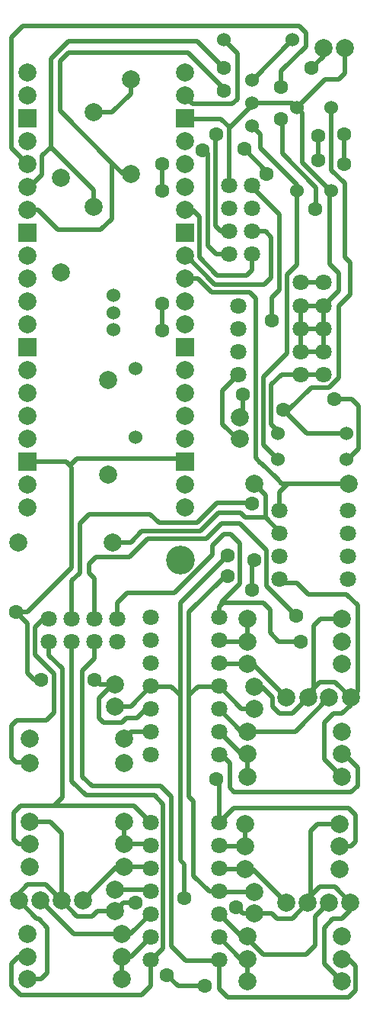
<source format=gbr>
G04 DesignSpark PCB Gerber Version 9.0 Build 5138 *
%FSLAX35Y35*%
%MOMM*%
%ADD88R,2.00000X2.00000*%
%ADD15C,0.50000*%
%ADD18C,1.52400*%
%ADD17C,1.60000*%
%ADD137C,1.80000*%
%ADD19C,2.00000*%
%ADD129C,3.20000*%
X0Y0D02*
D02*
D15*
X157740Y4415240D02*
X288740D01*
X777240Y4903740*
Y6020740*
X757740Y6040240*
X187740Y1215240D02*
Y1295240D01*
X282740Y1390240*
X487740*
X662740Y1215240*
X280740Y340240D02*
X432740D01*
X507740Y415240*
Y915240*
X407740Y1015240*
X387740*
X187740Y1215240*
X280740Y590240D02*
X182740D01*
X107740Y515240*
Y265240*
X207740Y165240*
X1557740*
X1657740Y265240*
Y550240*
X1652740Y555240*
X283800Y6083240D02*
X714740D01*
X757740Y6040240*
X283800Y8877240D02*
X399740D01*
X620240Y8656740*
X1100240*
X1220240Y8776740*
Y9401740*
X1217740Y9404240*
X305740Y1840240D02*
X182740D01*
X132740Y1890240*
Y2190240*
X207740Y2265240*
X582240*
X432740Y3665240D02*
X357740D01*
X282740Y3740240*
Y4290240*
X157740Y4415240*
X523740Y4340240D02*
X465740D01*
X371240Y4245740*
Y3941740*
X581240Y3731740*
Y3298740*
X495240Y3212740*
X166240*
X105240Y3151740*
Y2798740*
X159240Y2744740*
X301240*
X305740Y2740240*
X525240Y4084740D02*
Y3937740D01*
X675240Y3787740*
Y2358240*
X582240Y2265240*
X545240Y9576740D02*
X445240Y9476740D01*
Y9267680*
X308800Y9131240*
X283800*
X582240Y2265240D02*
X1466740D01*
X1652740Y2079240*
X662740Y1215240D02*
Y1965240D01*
X537740Y2090240*
X305740*
X757740Y6040240D02*
X832740Y6115240D01*
X2001800*
X2033800Y6083240*
X779240Y4084740D02*
Y2538740D01*
X932240Y2385740*
X1695240*
X1795240Y2285740*
Y684740*
X1665740Y555240*
X1652740*
X779240Y4338740D02*
Y4760740D01*
X870240Y4851740*
Y5401740*
X970240Y5501740*
X1650240*
X1745240Y5406740*
X2170240*
X2390240Y5626740*
X2771240*
X2782740Y5615240*
X1020240Y8909740D02*
Y9101740D01*
X545240Y9576740*
X1020240Y9959740D02*
X1228240D01*
X1432740Y10164240*
Y10324740*
X1033240Y4084740D02*
Y3903740D01*
X897240Y3767740*
Y2590740*
X1003240Y2484740*
X1770240*
X1885240Y2369740*
Y706740*
X2048240Y543740*
X2403240*
X2414740Y555240*
X1033240Y4338740D02*
Y4788740D01*
X970240Y4851740*
Y4951740*
X1045240Y5026740*
X1420240*
X1620240Y5226740*
X2270240*
X2445240Y5401740*
X2645240*
X2945240Y5101740*
Y4701740*
X3270240Y4376740*
X1217740Y9404240D02*
X1347240Y9274740D01*
X1432740*
X1230740Y5190240D02*
X1432740D01*
X1557740Y5315240*
X2207740*
X2407740Y5515240*
X2657740*
X2707740Y5465240*
X2932740*
X1257740Y1095240D02*
X1062740D01*
X1007740Y1040240*
X837740*
X662740Y1215240*
X1257740Y1335240D02*
X1634740D01*
X1652740Y1317240*
X1259740Y3370240D02*
X1432740D01*
X1654740Y3592240*
X1259740Y3610240D02*
X1087740D01*
X1032740Y3665240*
X1287240Y4338740D02*
Y4518740D01*
X1395240Y4626740*
X1920240*
X2345240Y5051740*
Y5151740*
X2470240Y5276740*
X2545240*
X2645240Y5176740*
Y4727740*
X2444740Y4527240*
Y4502240*
X1330740Y590240D02*
Y340240D01*
Y590240D02*
X1433740D01*
X1652740Y809240*
X1330740Y840240D02*
X802740D01*
X427740Y1215240*
X1330740Y840240D02*
X1429740D01*
X1652740Y1063240*
X1355740Y1590240D02*
X1633740D01*
X1652740Y1571240*
X1355740Y1590240D02*
X1277740D01*
X902740Y1215240*
X1355740Y1840240D02*
X1637740D01*
X1652740Y1825240*
X1355740Y1840240D02*
Y2090240D01*
Y3015240D02*
X1357740D01*
X1432740Y3090240*
X1648740*
X1654740Y3084240*
X1482740Y1190240D02*
X1352740D01*
X1257740Y1095240*
X1654740Y3338240D02*
X1605740D01*
X1507740Y3240240*
X1382740*
X1332740Y3190240*
X1132740*
X1082740Y3240240*
Y3458240*
X1234740Y3610240*
X1259740*
X1782740Y7840240D02*
Y7540240D01*
Y9390240D02*
Y9090240D01*
X1982740Y3490240D02*
X1882740Y3590240D01*
X1656740*
X1654740Y3592240*
X2032740Y1240240D02*
Y1615240D01*
X1982740Y1665240*
Y3490240*
X2033800Y10147240D02*
Y10138180D01*
X2120240Y10051740*
X2565740*
X2620240Y10106240*
Y10615740*
X2470740Y10765240*
X2082740Y3490240D02*
Y4415240D01*
X2457740Y4790240*
X2507740*
Y4815240*
X2082740Y3490240D02*
X2182740Y3590240D01*
X2414740*
X2416740Y3592240*
X2257740Y265240D02*
X1957740D01*
X1832740Y390240*
X2414740Y555240D02*
Y233240D01*
X2507740Y140240*
X3857740*
X3932740Y215240*
Y490240*
X3857740Y565240*
X3780740*
X2414740Y1317240D02*
X2305740D01*
X2132740Y1490240*
Y2315240*
X2082740Y2365240*
Y3490240*
X2414740Y2079240D02*
Y2533240D01*
X2382740Y2565240*
X2416740Y2830240D02*
X2442740D01*
X2532740Y2740240*
Y2465240*
X2582740Y2415240*
X3882740*
X3957740Y2490240*
Y2690240*
X3807740Y2840240*
X3780740*
X2416740Y4354240D02*
Y4474240D01*
X2444740Y4502240*
X2457740Y4515240*
X2907740*
X2982740Y4440240*
Y4190240*
X3082740Y4090240*
X3320240*
X2470240Y10201740D02*
Y10226740D01*
X2070240Y10626740*
X745240*
X645240Y10526740*
Y9976740*
X1217740Y9404240*
X2470240Y10451740D02*
X2170240Y10751740D01*
X745240*
X545240Y10551740*
Y9576740*
X2507740Y5040240D02*
X1982740Y4515240D01*
Y3490240*
X2527240Y8385740D02*
X2386240D01*
X2295240Y8476740*
Y9502740*
X2257740Y9540240*
X2232740*
X2527240Y8639740D02*
X2437240D01*
X2375240Y8701740*
Y9702740*
X2382740Y9710240*
Y9715240*
X2527240Y9147740D02*
Y9784740D01*
X2535740Y9793240*
X2532740Y9790240*
X2432740Y9890240*
X2061800*
X2058800Y9893240*
X2033800*
X2650240Y6336740D02*
X2620240D01*
X2455240Y6501740*
Y6875740*
X2632740Y7053240*
X2680240Y6826740D02*
Y6606740D01*
X2650240Y6576740*
X2705740Y1565240D02*
X2420740D01*
X2414740Y1571240*
X2705740Y1565240D02*
X2787740D01*
X3162740Y1190240*
X2705740Y1815240D02*
X2424740D01*
X2414740Y1825240*
X2705740Y2065240D02*
Y1815240D01*
X2730740Y315240D02*
Y565240D01*
X2658740*
X2414740Y809240*
X2730740Y815240D02*
Y792240D01*
X2907740Y615240*
X3382740*
X3482740Y715240*
Y1035240*
X3637740Y1190240*
X2730740Y815240D02*
X2662740D01*
X2414740Y1063240*
X2730740Y2590240D02*
Y2840240D01*
X2660740*
X2416740Y3084240*
X2730740Y3090240D02*
X3264740D01*
X3639740Y3465240*
X2730740Y3090240D02*
X2664740D01*
X2416740Y3338240*
X2730740Y3840240D02*
X2422740D01*
X2416740Y3846240*
X2730740Y3840240D02*
X2789740D01*
X3164740Y3465240*
X2730740Y4090240D02*
X2426740D01*
X2416740Y4100240*
X2730740Y4340240D02*
Y4090240D01*
X2781240Y8385740D02*
Y8212740D01*
X2720240Y8151740*
X2395240*
X2195240Y8351740*
Y8801740*
X2120240Y8876740*
X2034300*
X2033800Y8877240*
X2781240Y8639740D02*
X2932240D01*
X2995240Y8576740*
Y8126740*
X2920240Y8051740*
X2370240*
X2045240Y8376740*
X2041300*
X2033800Y8369240*
X2782740Y4665240D02*
Y4965240D01*
X2807740Y4990240*
X2782740Y9149240D02*
Y9129240D01*
X3085240Y8826740*
Y7991740*
X3000240Y7906740*
Y7651740*
X2782740Y10065240D02*
Y10040240D01*
X2535740Y9793240*
X2782740Y10065240D02*
X3232740D01*
X3282740Y10015240*
X2782740Y10319240D02*
X2786740D01*
X3232740Y10765240*
X2807740Y1070240D02*
X2677740D01*
X2607740Y1140240*
X2807740Y1070240D02*
X3002740D01*
X3057740Y1015240*
X3227740*
X3402740Y1190240*
X2807740Y1310240D02*
X2421740D01*
X2414740Y1317240*
X2809740Y3345240D02*
X2663740D01*
X2416740Y3592240*
X2809740Y3585240D02*
X2889740D01*
X3009740Y3465240*
Y3365240*
X3084740Y3290240*
X3229740*
X3404740Y3465240*
X2932740Y5465240D02*
Y5713240D01*
X2805740Y5840240*
X2945240Y9276740D02*
Y9301740D01*
X2695240Y9551740*
X3089740Y5292040D02*
Y5308240D01*
X2932740Y5465240*
X3089740Y5546040D02*
Y5747240D01*
X3182740Y5840240*
X3107740Y10240240D02*
Y10415240D01*
X3382740Y10690240*
Y10840240*
X3307740Y10915240*
X232740*
X107740Y10790240*
Y9561300*
X283800Y9385240*
X3130240Y6656740D02*
X3190240D01*
X3440240Y6906740*
X3640240*
X3750240Y7016740*
Y7811740*
X3875240Y7936740*
Y8296740*
X3815240Y8356740*
Y9171740*
X3665240Y9321740*
Y10013740*
X3663740Y10015240*
X3182740Y5840240D02*
X3115240D01*
X3060240Y5895240*
Y5896740*
X2885240Y6071740*
X2877740*
X2825240Y6124240*
Y7490240*
Y7897740*
X2757740Y7965240*
X2332740*
X2182740Y8115240*
X2033800*
X3182740Y5840240D02*
X3855740D01*
X3282740Y9090240D02*
Y8269240D01*
X3175240Y8161740*
Y7286740*
X2910240Y7021740*
Y6274740*
X3073240Y6111740*
X3282740Y9090240D02*
Y9154240D01*
X2875240Y9561740*
Y9718740*
X2782740Y9811240*
X3326240Y7050740D02*
X3109240D01*
X2995240Y6936740*
Y6499740*
X3073240Y6421740*
Y6396740*
X3326240Y7050740D02*
X3580240D01*
X3326240Y7304740D02*
Y7558740D01*
X3580240*
X3326240D02*
Y7812740D01*
X3580240*
X3326240Y8072740D02*
X3580240D01*
X3402740Y1190240D02*
Y1235240D01*
X3532740Y1365240*
X3702740*
X3877740Y1190240*
X3404740Y3465240D02*
Y3510240D01*
X3534740Y3640240*
X3704740*
X3879740Y3465240*
X3482740Y8890240D02*
X3495240D01*
Y9126740*
X3120240Y9501740*
Y9890240*
X3107740*
X3520240Y9426740D02*
Y9701740D01*
X3575240Y10676740D02*
Y10581740D01*
X3445240Y10451740*
X3580240Y7304740D02*
X3326240D01*
X3580240Y7558740D02*
Y7304740D01*
Y7558740D02*
Y7812740D01*
X3663740Y9090240D02*
X3645240D01*
Y8278240*
X3750240Y8173240*
Y7982740*
X3580240Y7812740*
X3663740Y9090240D02*
X3651740D01*
X3340240Y9401740*
Y9957740*
X3282740Y10015240*
X3695240Y6781740D02*
X3890240D01*
X3970240Y6701740*
Y6231740*
X3850240Y6111740*
X3835240*
X3755740Y1815240D02*
X3882740D01*
X3932740Y1865240*
Y2165240*
X3857740Y2240240*
X2575740*
X2414740Y2079240*
X3755740Y2065240D02*
X3507740D01*
X3432740Y1990240*
Y1210240*
X3412740Y1190240*
X3402740*
X3780740Y4340240D02*
X3545240D01*
X3470240Y4265240*
Y3485240*
X3450240Y3465240*
X3404740*
X3807740Y9390240D02*
Y9715240D01*
X3815240Y10676740D02*
Y10396740D01*
X3745240Y10326740*
X3594240*
X3282740Y10015240*
X3835240Y6396740D02*
X3390240D01*
X3130240Y6656740*
X3877740Y1190240D02*
Y1110240D01*
X3782740Y1015240*
X3682740*
X3582740Y915240*
Y513240*
X3780740Y315240*
X3879740Y3465240D02*
X3882740D01*
X3957740Y3540240*
Y4490240*
X3832740Y4615240*
X3407740*
X3282740Y4740240*
X3133540*
X3089740Y4784040*
X3879740Y3465240D02*
Y3385240D01*
X3784740Y3290240*
X3684740*
X3584740Y3190240*
Y2786240*
X3780740Y2590240*
D02*
D17*
X157740Y4415240D03*
X432740Y3665240D03*
X1032740D03*
X1482740Y1190240D03*
X1782740Y7540240D03*
Y7840240D03*
Y9090240D03*
Y9390240D03*
X1832740Y390240D03*
X2032740Y1240240D03*
X2232740Y9540240D03*
X2257740Y265240D03*
X2382740Y2565240D03*
Y9715240D03*
X2470240Y10201740D03*
Y10451740D03*
X2507740Y4815240D03*
Y5040240D03*
X2607740Y1140240D03*
X2680240Y6826740D03*
X2695240Y9551740D03*
X2782740Y4665240D03*
Y5615240D03*
X2807740Y4990240D03*
X2945240Y9276740D03*
X3000240Y7651740D03*
X3107740Y9890240D03*
Y10240240D03*
X3130240Y6656740D03*
X3270240Y4376740D03*
X3320240Y4090240D03*
X3445240Y10451740D03*
X3482740Y8890240D03*
X3520240Y9426740D03*
Y9701740D03*
X3695240Y6781740D03*
X3807740Y9390240D03*
Y9715240D03*
D02*
D18*
X1240240Y7546740D03*
Y7737240D03*
Y7927740D03*
X1482740Y6353240D03*
Y7115240D03*
X2470740Y10765240D03*
X2782740Y9811240D03*
Y10065240D03*
Y10319240D03*
X3073240Y6111740D03*
Y6396740D03*
X3232740Y10765240D03*
X3282740Y9090240D03*
Y10015240D03*
X3663740Y9090240D03*
Y10015240D03*
X3835240Y6111740D03*
Y6396740D03*
D02*
D19*
X180740Y5190240D03*
X187740Y1215240D03*
X280740Y340240D03*
Y590240D03*
Y840240D03*
X283800Y5575240D03*
Y5829240D03*
Y6337240D03*
Y6591240D03*
Y6845240D03*
Y7099240D03*
Y7607240D03*
Y7861240D03*
Y8115240D03*
Y8369240D03*
Y8877240D03*
Y9131240D03*
Y9385240D03*
Y9639240D03*
Y10147240D03*
Y10401240D03*
X305740Y1590240D03*
Y1840240D03*
Y2090240D03*
Y2740240D03*
Y3015240D03*
X427740Y1215240D03*
X657740Y8188240D03*
Y9238240D03*
X662740Y1215240D03*
X902740D03*
X1020240Y8909740D03*
Y9959740D03*
X1182740Y5938240D03*
Y6988240D03*
X1230740Y5190240D03*
X1257740Y1095240D03*
Y1335240D03*
X1259740Y3370240D03*
Y3610240D03*
X1330740Y340240D03*
Y590240D03*
Y840240D03*
X1355740Y1590240D03*
Y1840240D03*
Y2090240D03*
Y2740240D03*
Y3015240D03*
X1432740Y9274740D03*
Y10324740D03*
X2033800Y5575240D03*
Y5829240D03*
Y6337240D03*
Y6591240D03*
Y6845240D03*
Y7099240D03*
Y7607240D03*
Y7861240D03*
Y8115240D03*
Y8369240D03*
Y8877240D03*
Y9131240D03*
Y9385240D03*
Y9639240D03*
Y10147240D03*
Y10401240D03*
X2650240Y6336740D03*
Y6576740D03*
X2705740Y1565240D03*
Y1815240D03*
Y2065240D03*
X2730740Y315240D03*
Y565240D03*
Y815240D03*
Y2590240D03*
Y2840240D03*
Y3090240D03*
Y3840240D03*
Y4090240D03*
Y4340240D03*
X2805740Y5840240D03*
X2807740Y1070240D03*
Y1310240D03*
X2809740Y3345240D03*
Y3585240D03*
X3162740Y1190240D03*
X3164740Y3465240D03*
X3402740Y1190240D03*
X3404740Y3465240D03*
X3575240Y10676740D03*
X3637740Y1190240D03*
X3639740Y3465240D03*
X3755740Y1565240D03*
Y1815240D03*
Y2065240D03*
X3780740Y315240D03*
Y565240D03*
Y815240D03*
Y2590240D03*
Y2840240D03*
Y3090240D03*
Y3840240D03*
Y4090240D03*
Y4340240D03*
X3815240Y10676740D03*
X3855740Y5840240D03*
X3877740Y1190240D03*
X3879740Y3465240D03*
D02*
D88*
X283800Y6083240D03*
Y7353240D03*
Y8623240D03*
Y9893240D03*
X2033800Y6083240D03*
Y7353240D03*
Y8623240D03*
Y9893240D03*
D02*
D129*
X1982740Y4990240D03*
D02*
D137*
X523740Y4340240D03*
X525240Y4084740D03*
X779240D03*
Y4338740D03*
X1033240Y4084740D03*
Y4338740D03*
X1287240Y4084740D03*
Y4338740D03*
X1652740Y555240D03*
Y809240D03*
Y1063240D03*
Y1317240D03*
Y1571240D03*
Y1825240D03*
Y2079240D03*
X1654740Y2830240D03*
Y3084240D03*
Y3338240D03*
Y3592240D03*
Y3846240D03*
Y4100240D03*
Y4354240D03*
X2414740Y555240D03*
Y809240D03*
Y1063240D03*
Y1317240D03*
Y1571240D03*
Y1825240D03*
Y2079240D03*
X2416740Y2830240D03*
Y3084240D03*
Y3338240D03*
Y3592240D03*
Y3846240D03*
Y4100240D03*
Y4354240D03*
X2527240Y8385740D03*
Y8639740D03*
Y8893740D03*
Y9147740D03*
X2632740Y7053240D03*
Y7307240D03*
Y7561240D03*
Y7815240D03*
X2781240Y8385740D03*
Y8639740D03*
Y8893740D03*
X2782740Y9149240D03*
X3089740Y4784040D03*
Y5038040D03*
Y5292040D03*
Y5546040D03*
X3326240Y7050740D03*
Y7304740D03*
Y7558740D03*
Y7812740D03*
Y8072740D03*
X3580240Y7050740D03*
Y7304740D03*
Y7558740D03*
Y7812740D03*
Y8072740D03*
X3851740Y4784040D03*
Y5038040D03*
Y5292040D03*
Y5546040D03*
X0Y0D02*
M02*

</source>
